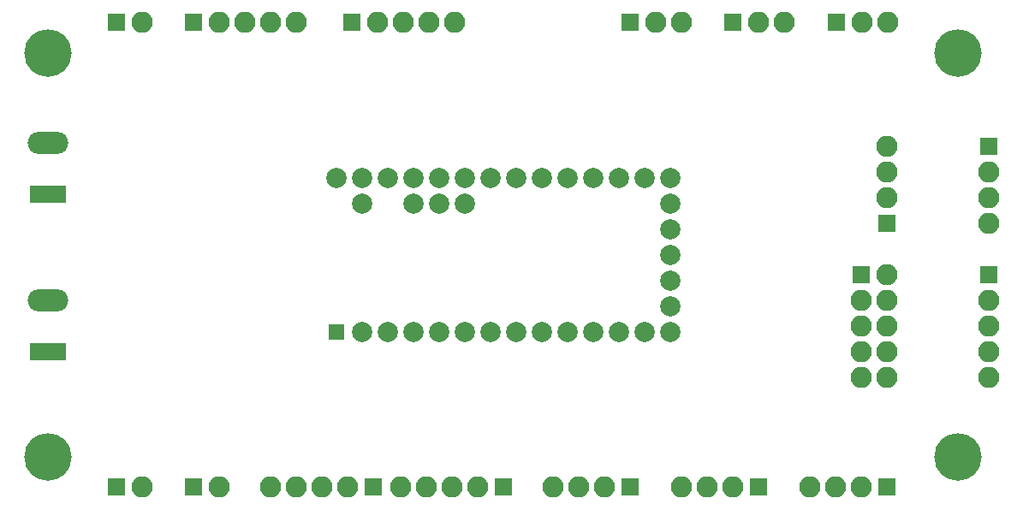
<source format=gbs>
G04 #@! TF.GenerationSoftware,KiCad,Pcbnew,5.0.0-rc2-unknown-2cb65f9~65~ubuntu17.10.1*
G04 #@! TF.CreationDate,2018-06-03T22:22:17-07:00*
G04 #@! TF.ProjectId,mcu_controller,6D63755F636F6E74726F6C6C65722E6B,rev?*
G04 #@! TF.SameCoordinates,Original*
G04 #@! TF.FileFunction,Soldermask,Bot*
G04 #@! TF.FilePolarity,Negative*
%FSLAX46Y46*%
G04 Gerber Fmt 4.6, Leading zero omitted, Abs format (unit mm)*
G04 Created by KiCad (PCBNEW 5.0.0-rc2-unknown-2cb65f9~65~ubuntu17.10.1) date Sun Jun  3 22:22:17 2018*
%MOMM*%
%LPD*%
G01*
G04 APERTURE LIST*
%ADD10R,1.700000X1.700000*%
%ADD11O,2.100000X2.100000*%
%ADD12C,4.700000*%
%ADD13R,3.600000X1.800000*%
%ADD14O,4.000000X2.200000*%
%ADD15R,1.600000X1.600000*%
%ADD16C,2.000000*%
G04 APERTURE END LIST*
D10*
G04 #@! TO.C,J20*
X185420000Y-127000000D03*
D11*
X187960000Y-127000000D03*
X185420000Y-129540000D03*
X187960000Y-129540000D03*
X185420000Y-132080000D03*
X187960000Y-132080000D03*
X185420000Y-134620000D03*
X187960000Y-134620000D03*
X185420000Y-137160000D03*
X187960000Y-137160000D03*
G04 #@! TD*
D12*
G04 #@! TO.C,MK4*
X195000000Y-105000000D03*
G04 #@! TD*
G04 #@! TO.C,MK1*
X195000000Y-145000000D03*
G04 #@! TD*
G04 #@! TO.C,MK2*
X105000000Y-105000000D03*
G04 #@! TD*
G04 #@! TO.C,MK3*
X105000000Y-145000000D03*
G04 #@! TD*
D13*
G04 #@! TO.C,J1*
X105000000Y-119000000D03*
D14*
X105000000Y-113920000D03*
G04 #@! TD*
D13*
G04 #@! TO.C,J2*
X105000000Y-134620000D03*
D14*
X105000000Y-129540000D03*
G04 #@! TD*
D11*
G04 #@! TO.C,SW1*
X114300000Y-102000000D03*
D10*
X111760000Y-102000000D03*
G04 #@! TD*
D11*
G04 #@! TO.C,J16*
X121920000Y-148000000D03*
D10*
X119380000Y-148000000D03*
G04 #@! TD*
G04 #@! TO.C,J17*
X111760000Y-148000000D03*
D11*
X114300000Y-148000000D03*
G04 #@! TD*
D10*
G04 #@! TO.C,J4*
X172720000Y-102000000D03*
D11*
X175260000Y-102000000D03*
X177800000Y-102000000D03*
G04 #@! TD*
G04 #@! TO.C,J5*
X167640000Y-102000000D03*
X165100000Y-102000000D03*
D10*
X162560000Y-102000000D03*
G04 #@! TD*
G04 #@! TO.C,J3*
X183000000Y-102000000D03*
D11*
X185540000Y-102000000D03*
X188080000Y-102000000D03*
G04 #@! TD*
D10*
G04 #@! TO.C,J12*
X187960000Y-121920000D03*
D11*
X187960000Y-119380000D03*
X187960000Y-116840000D03*
X187960000Y-114300000D03*
G04 #@! TD*
G04 #@! TO.C,J19*
X198000000Y-121920000D03*
X198000000Y-119380000D03*
X198000000Y-116840000D03*
D10*
X198000000Y-114300000D03*
G04 #@! TD*
G04 #@! TO.C,J15*
X162560000Y-148000000D03*
D11*
X160020000Y-148000000D03*
X157480000Y-148000000D03*
X154940000Y-148000000D03*
G04 #@! TD*
G04 #@! TO.C,J14*
X167640000Y-148000000D03*
X170180000Y-148000000D03*
X172720000Y-148000000D03*
D10*
X175260000Y-148000000D03*
G04 #@! TD*
G04 #@! TO.C,J13*
X187960000Y-148000000D03*
D11*
X185420000Y-148000000D03*
X182880000Y-148000000D03*
X180340000Y-148000000D03*
G04 #@! TD*
D10*
G04 #@! TO.C,J11*
X198000000Y-127000000D03*
D11*
X198000000Y-129540000D03*
X198000000Y-132080000D03*
X198000000Y-134620000D03*
X198000000Y-137160000D03*
G04 #@! TD*
G04 #@! TO.C,J10*
X127000000Y-148000000D03*
X129540000Y-148000000D03*
X132080000Y-148000000D03*
X134620000Y-148000000D03*
D10*
X137160000Y-148000000D03*
G04 #@! TD*
G04 #@! TO.C,J7*
X119380000Y-102000000D03*
D11*
X121920000Y-102000000D03*
X124460000Y-102000000D03*
X127000000Y-102000000D03*
X129540000Y-102000000D03*
G04 #@! TD*
G04 #@! TO.C,J6*
X145160000Y-102000000D03*
X142620000Y-102000000D03*
X140080000Y-102000000D03*
X137540000Y-102000000D03*
D10*
X135000000Y-102000000D03*
G04 #@! TD*
G04 #@! TO.C,J9*
X150000000Y-148000000D03*
D11*
X147460000Y-148000000D03*
X144920000Y-148000000D03*
X142380000Y-148000000D03*
X139840000Y-148000000D03*
G04 #@! TD*
D15*
G04 #@! TO.C,U3*
X133490000Y-132620000D03*
D16*
X136030000Y-132620000D03*
X138570000Y-132620000D03*
X141110000Y-132620000D03*
X143650000Y-132620000D03*
X146190000Y-132620000D03*
X148730000Y-132620000D03*
X151270000Y-132620000D03*
X153810000Y-132620000D03*
X156350000Y-132620000D03*
X158890000Y-132620000D03*
X161430000Y-132620000D03*
X163970000Y-132620000D03*
X146190000Y-119920000D03*
X143650000Y-119920000D03*
X141110000Y-119920000D03*
X136030000Y-119920000D03*
X133490000Y-117380000D03*
X136030000Y-117380000D03*
X138570000Y-117380000D03*
X141110000Y-117380000D03*
X143650000Y-117380000D03*
X146190000Y-117380000D03*
X148730000Y-117380000D03*
X151270000Y-117380000D03*
X153810000Y-117380000D03*
X156350000Y-117380000D03*
X158890000Y-117380000D03*
X161430000Y-117380000D03*
X163970000Y-117380000D03*
X166510000Y-132620000D03*
X166510000Y-130080000D03*
X166510000Y-127540000D03*
X166510000Y-117380000D03*
X166510000Y-119920000D03*
X166510000Y-122460000D03*
X166510000Y-125000000D03*
G04 #@! TD*
M02*

</source>
